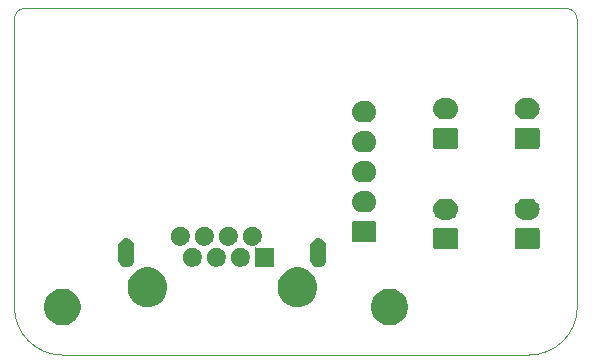
<source format=gbr>
G04 #@! TF.GenerationSoftware,KiCad,Pcbnew,(5.1.5)-3*
G04 #@! TF.CreationDate,2021-12-12T15:29:12-06:00*
G04 #@! TF.ProjectId,InputJoyStickSTM32QFN28,496e7075-744a-46f7-9953-7469636b5354,rev?*
G04 #@! TF.SameCoordinates,Original*
G04 #@! TF.FileFunction,Soldermask,Bot*
G04 #@! TF.FilePolarity,Negative*
%FSLAX46Y46*%
G04 Gerber Fmt 4.6, Leading zero omitted, Abs format (unit mm)*
G04 Created by KiCad (PCBNEW (5.1.5)-3) date 2021-12-12 15:29:12*
%MOMM*%
%LPD*%
G04 APERTURE LIST*
%ADD10C,0.050000*%
%ADD11C,0.100000*%
G04 APERTURE END LIST*
D10*
X179279873Y-85389743D02*
G75*
G02X180239940Y-86360000I-5095J-965162D01*
G01*
X132588000Y-86296602D02*
G75*
G02X133489685Y-85389720I901685J5182D01*
G01*
X132588000Y-110680500D02*
X132588000Y-86296602D01*
X136652000Y-114744500D02*
G75*
G02X132588000Y-110680500I0J4064000D01*
G01*
X176153080Y-114744500D02*
X136652000Y-114744500D01*
X180239940Y-86360000D02*
X180250164Y-110667800D01*
X180250164Y-110670340D02*
G75*
G02X176153080Y-114744500I-4074224J0D01*
G01*
X179279820Y-85389720D02*
X133489685Y-85389720D01*
D11*
G36*
X164640585Y-109156802D02*
G01*
X164790410Y-109186604D01*
X165072674Y-109303521D01*
X165326705Y-109473259D01*
X165542741Y-109689295D01*
X165712479Y-109943326D01*
X165829396Y-110225590D01*
X165889000Y-110525240D01*
X165889000Y-110830760D01*
X165829396Y-111130410D01*
X165712479Y-111412674D01*
X165542741Y-111666705D01*
X165326705Y-111882741D01*
X165072674Y-112052479D01*
X164790410Y-112169396D01*
X164640585Y-112199198D01*
X164490761Y-112229000D01*
X164185239Y-112229000D01*
X164035415Y-112199198D01*
X163885590Y-112169396D01*
X163603326Y-112052479D01*
X163349295Y-111882741D01*
X163133259Y-111666705D01*
X162963521Y-111412674D01*
X162846604Y-111130410D01*
X162787000Y-110830760D01*
X162787000Y-110525240D01*
X162846604Y-110225590D01*
X162963521Y-109943326D01*
X163133259Y-109689295D01*
X163349295Y-109473259D01*
X163603326Y-109303521D01*
X163885590Y-109186604D01*
X164035415Y-109156802D01*
X164185239Y-109127000D01*
X164490761Y-109127000D01*
X164640585Y-109156802D01*
G37*
G36*
X136940585Y-109156802D02*
G01*
X137090410Y-109186604D01*
X137372674Y-109303521D01*
X137626705Y-109473259D01*
X137842741Y-109689295D01*
X138012479Y-109943326D01*
X138129396Y-110225590D01*
X138189000Y-110525240D01*
X138189000Y-110830760D01*
X138129396Y-111130410D01*
X138012479Y-111412674D01*
X137842741Y-111666705D01*
X137626705Y-111882741D01*
X137372674Y-112052479D01*
X137090410Y-112169396D01*
X136940585Y-112199198D01*
X136790761Y-112229000D01*
X136485239Y-112229000D01*
X136335415Y-112199198D01*
X136185590Y-112169396D01*
X135903326Y-112052479D01*
X135649295Y-111882741D01*
X135433259Y-111666705D01*
X135263521Y-111412674D01*
X135146604Y-111130410D01*
X135087000Y-110830760D01*
X135087000Y-110525240D01*
X135146604Y-110225590D01*
X135263521Y-109943326D01*
X135433259Y-109689295D01*
X135649295Y-109473259D01*
X135903326Y-109303521D01*
X136185590Y-109186604D01*
X136335415Y-109156802D01*
X136485239Y-109127000D01*
X136790761Y-109127000D01*
X136940585Y-109156802D01*
G37*
G36*
X157032151Y-107387428D02*
G01*
X157337163Y-107513768D01*
X157611667Y-107697186D01*
X157845114Y-107930633D01*
X158028532Y-108205137D01*
X158154872Y-108510149D01*
X158219280Y-108833948D01*
X158219280Y-109164092D01*
X158154872Y-109487891D01*
X158028532Y-109792903D01*
X157845114Y-110067407D01*
X157611667Y-110300854D01*
X157337163Y-110484272D01*
X157032151Y-110610612D01*
X156870251Y-110642816D01*
X156708353Y-110675020D01*
X156378207Y-110675020D01*
X156216309Y-110642816D01*
X156054409Y-110610612D01*
X155749397Y-110484272D01*
X155474893Y-110300854D01*
X155241446Y-110067407D01*
X155058028Y-109792903D01*
X154931688Y-109487891D01*
X154867280Y-109164092D01*
X154867280Y-108833948D01*
X154931688Y-108510149D01*
X155058028Y-108205137D01*
X155241446Y-107930633D01*
X155474893Y-107697186D01*
X155749397Y-107513768D01*
X156054409Y-107387428D01*
X156378207Y-107323020D01*
X156708353Y-107323020D01*
X157032151Y-107387428D01*
G37*
G36*
X144332151Y-107387428D02*
G01*
X144637163Y-107513768D01*
X144911667Y-107697186D01*
X145145114Y-107930633D01*
X145328532Y-108205137D01*
X145454872Y-108510149D01*
X145519280Y-108833948D01*
X145519280Y-109164092D01*
X145454872Y-109487891D01*
X145328532Y-109792903D01*
X145145114Y-110067407D01*
X144911667Y-110300854D01*
X144637163Y-110484272D01*
X144332151Y-110610612D01*
X144170251Y-110642816D01*
X144008353Y-110675020D01*
X143678207Y-110675020D01*
X143516309Y-110642816D01*
X143354409Y-110610612D01*
X143049397Y-110484272D01*
X142774893Y-110300854D01*
X142541446Y-110067407D01*
X142358028Y-109792903D01*
X142231688Y-109487891D01*
X142167280Y-109164092D01*
X142167280Y-108833948D01*
X142231688Y-108510149D01*
X142358028Y-108205137D01*
X142541446Y-107930633D01*
X142774893Y-107697186D01*
X143049397Y-107513768D01*
X143354409Y-107387428D01*
X143678207Y-107323020D01*
X144008353Y-107323020D01*
X144332151Y-107387428D01*
G37*
G36*
X158456682Y-104874916D02*
G01*
X158584955Y-104913828D01*
X158703174Y-104977017D01*
X158806794Y-105062056D01*
X158891833Y-105165676D01*
X158955022Y-105283895D01*
X158993934Y-105412168D01*
X159003780Y-105512142D01*
X159003780Y-106681998D01*
X158993934Y-106781972D01*
X158955022Y-106910245D01*
X158891833Y-107028464D01*
X158806794Y-107132083D01*
X158703172Y-107217123D01*
X158584954Y-107280312D01*
X158456681Y-107319224D01*
X158323280Y-107332362D01*
X158189878Y-107319224D01*
X158061605Y-107280312D01*
X157943386Y-107217123D01*
X157839767Y-107132084D01*
X157754727Y-107028462D01*
X157691538Y-106910244D01*
X157652626Y-106781971D01*
X157642780Y-106681997D01*
X157642781Y-105512142D01*
X157652627Y-105412168D01*
X157691539Y-105283895D01*
X157754728Y-105165676D01*
X157839767Y-105062056D01*
X157943387Y-104977017D01*
X158061606Y-104913828D01*
X158189879Y-104874916D01*
X158323280Y-104861778D01*
X158456682Y-104874916D01*
G37*
G36*
X142196682Y-104874916D02*
G01*
X142324955Y-104913828D01*
X142443174Y-104977017D01*
X142546794Y-105062056D01*
X142631833Y-105165676D01*
X142695022Y-105283895D01*
X142733934Y-105412168D01*
X142743780Y-105512142D01*
X142743780Y-106681998D01*
X142733934Y-106781972D01*
X142695022Y-106910245D01*
X142631833Y-107028464D01*
X142546794Y-107132083D01*
X142443172Y-107217123D01*
X142324954Y-107280312D01*
X142196681Y-107319224D01*
X142063280Y-107332362D01*
X141929878Y-107319224D01*
X141801605Y-107280312D01*
X141683386Y-107217123D01*
X141579767Y-107132084D01*
X141494727Y-107028462D01*
X141431538Y-106910244D01*
X141392626Y-106781971D01*
X141382780Y-106681997D01*
X141382781Y-105512142D01*
X141392627Y-105412168D01*
X141431539Y-105283895D01*
X141494728Y-105165676D01*
X141579767Y-105062056D01*
X141683387Y-104977017D01*
X141801606Y-104913828D01*
X141929879Y-104874916D01*
X142063280Y-104861778D01*
X142196682Y-104874916D01*
G37*
G36*
X152956222Y-103908801D02*
G01*
X153101994Y-103969182D01*
X153101996Y-103969183D01*
X153233188Y-104056842D01*
X153344758Y-104168412D01*
X153353772Y-104181903D01*
X153432418Y-104299606D01*
X153492799Y-104445378D01*
X153523580Y-104600127D01*
X153523580Y-104757913D01*
X153492799Y-104912662D01*
X153449126Y-105018097D01*
X153432417Y-105058436D01*
X153344758Y-105189628D01*
X153233188Y-105301198D01*
X153101996Y-105388857D01*
X153101995Y-105388858D01*
X153101994Y-105388858D01*
X153032757Y-105417537D01*
X153011146Y-105429088D01*
X152992204Y-105444633D01*
X152976659Y-105463575D01*
X152965108Y-105485186D01*
X152957995Y-105508635D01*
X152955593Y-105533021D01*
X152957995Y-105557407D01*
X152965108Y-105580856D01*
X152976659Y-105602467D01*
X152992204Y-105621409D01*
X153011146Y-105636954D01*
X153032757Y-105648505D01*
X153056206Y-105655618D01*
X153080592Y-105658020D01*
X154543580Y-105658020D01*
X154543580Y-107260020D01*
X152941580Y-107260020D01*
X152941580Y-105604462D01*
X152939178Y-105580076D01*
X152932065Y-105556627D01*
X152920514Y-105535016D01*
X152904969Y-105516074D01*
X152886027Y-105500529D01*
X152864416Y-105488978D01*
X152840967Y-105481865D01*
X152816581Y-105479463D01*
X152810931Y-105480020D01*
X152643687Y-105480020D01*
X152488938Y-105449239D01*
X152343166Y-105388858D01*
X152343165Y-105388858D01*
X152343164Y-105388857D01*
X152211972Y-105301198D01*
X152100402Y-105189628D01*
X152012743Y-105058436D01*
X151996034Y-105018097D01*
X151952361Y-104912662D01*
X151921580Y-104757913D01*
X151921580Y-104600127D01*
X151952361Y-104445378D01*
X152012742Y-104299606D01*
X152091388Y-104181903D01*
X152100402Y-104168412D01*
X152211972Y-104056842D01*
X152343164Y-103969183D01*
X152343166Y-103969182D01*
X152488938Y-103908801D01*
X152643687Y-103878020D01*
X152801473Y-103878020D01*
X152956222Y-103908801D01*
G37*
G36*
X147886222Y-105688801D02*
G01*
X148031069Y-105748799D01*
X148031996Y-105749183D01*
X148163188Y-105836842D01*
X148274758Y-105948412D01*
X148362417Y-106079604D01*
X148362418Y-106079606D01*
X148422799Y-106225378D01*
X148453580Y-106380127D01*
X148453580Y-106537913D01*
X148422799Y-106692662D01*
X148385806Y-106781970D01*
X148362417Y-106838436D01*
X148274758Y-106969628D01*
X148163188Y-107081198D01*
X148031996Y-107168857D01*
X148031995Y-107168858D01*
X148031994Y-107168858D01*
X147886222Y-107229239D01*
X147731473Y-107260020D01*
X147573687Y-107260020D01*
X147418938Y-107229239D01*
X147273166Y-107168858D01*
X147273165Y-107168858D01*
X147273164Y-107168857D01*
X147141972Y-107081198D01*
X147030402Y-106969628D01*
X146942743Y-106838436D01*
X146919354Y-106781970D01*
X146882361Y-106692662D01*
X146851580Y-106537913D01*
X146851580Y-106380127D01*
X146882361Y-106225378D01*
X146942742Y-106079606D01*
X146942743Y-106079604D01*
X147030402Y-105948412D01*
X147141972Y-105836842D01*
X147273164Y-105749183D01*
X147274091Y-105748799D01*
X147418938Y-105688801D01*
X147573687Y-105658020D01*
X147731473Y-105658020D01*
X147886222Y-105688801D01*
G37*
G36*
X149916222Y-105688801D02*
G01*
X150061069Y-105748799D01*
X150061996Y-105749183D01*
X150193188Y-105836842D01*
X150304758Y-105948412D01*
X150392417Y-106079604D01*
X150392418Y-106079606D01*
X150452799Y-106225378D01*
X150483580Y-106380127D01*
X150483580Y-106537913D01*
X150452799Y-106692662D01*
X150415806Y-106781970D01*
X150392417Y-106838436D01*
X150304758Y-106969628D01*
X150193188Y-107081198D01*
X150061996Y-107168857D01*
X150061995Y-107168858D01*
X150061994Y-107168858D01*
X149916222Y-107229239D01*
X149761473Y-107260020D01*
X149603687Y-107260020D01*
X149448938Y-107229239D01*
X149303166Y-107168858D01*
X149303165Y-107168858D01*
X149303164Y-107168857D01*
X149171972Y-107081198D01*
X149060402Y-106969628D01*
X148972743Y-106838436D01*
X148949354Y-106781970D01*
X148912361Y-106692662D01*
X148881580Y-106537913D01*
X148881580Y-106380127D01*
X148912361Y-106225378D01*
X148972742Y-106079606D01*
X148972743Y-106079604D01*
X149060402Y-105948412D01*
X149171972Y-105836842D01*
X149303164Y-105749183D01*
X149304091Y-105748799D01*
X149448938Y-105688801D01*
X149603687Y-105658020D01*
X149761473Y-105658020D01*
X149916222Y-105688801D01*
G37*
G36*
X151946222Y-105688801D02*
G01*
X152091069Y-105748799D01*
X152091996Y-105749183D01*
X152223188Y-105836842D01*
X152334758Y-105948412D01*
X152422417Y-106079604D01*
X152422418Y-106079606D01*
X152482799Y-106225378D01*
X152513580Y-106380127D01*
X152513580Y-106537913D01*
X152482799Y-106692662D01*
X152445806Y-106781970D01*
X152422417Y-106838436D01*
X152334758Y-106969628D01*
X152223188Y-107081198D01*
X152091996Y-107168857D01*
X152091995Y-107168858D01*
X152091994Y-107168858D01*
X151946222Y-107229239D01*
X151791473Y-107260020D01*
X151633687Y-107260020D01*
X151478938Y-107229239D01*
X151333166Y-107168858D01*
X151333165Y-107168858D01*
X151333164Y-107168857D01*
X151201972Y-107081198D01*
X151090402Y-106969628D01*
X151002743Y-106838436D01*
X150979354Y-106781970D01*
X150942361Y-106692662D01*
X150911580Y-106537913D01*
X150911580Y-106380127D01*
X150942361Y-106225378D01*
X151002742Y-106079606D01*
X151002743Y-106079604D01*
X151090402Y-105948412D01*
X151201972Y-105836842D01*
X151333164Y-105749183D01*
X151334091Y-105748799D01*
X151478938Y-105688801D01*
X151633687Y-105658020D01*
X151791473Y-105658020D01*
X151946222Y-105688801D01*
G37*
G36*
X170008600Y-104002989D02*
G01*
X170041652Y-104013015D01*
X170072103Y-104029292D01*
X170098799Y-104051201D01*
X170120708Y-104077897D01*
X170136985Y-104108348D01*
X170147011Y-104141400D01*
X170151000Y-104181903D01*
X170151000Y-105618097D01*
X170147011Y-105658600D01*
X170136985Y-105691652D01*
X170120708Y-105722103D01*
X170098799Y-105748799D01*
X170072103Y-105770708D01*
X170041652Y-105786985D01*
X170008600Y-105797011D01*
X169968097Y-105801000D01*
X168231903Y-105801000D01*
X168191400Y-105797011D01*
X168158348Y-105786985D01*
X168127897Y-105770708D01*
X168101201Y-105748799D01*
X168079292Y-105722103D01*
X168063015Y-105691652D01*
X168052989Y-105658600D01*
X168049000Y-105618097D01*
X168049000Y-104181903D01*
X168052989Y-104141400D01*
X168063015Y-104108348D01*
X168079292Y-104077897D01*
X168101201Y-104051201D01*
X168127897Y-104029292D01*
X168158348Y-104013015D01*
X168191400Y-104002989D01*
X168231903Y-103999000D01*
X169968097Y-103999000D01*
X170008600Y-104002989D01*
G37*
G36*
X176908600Y-104002989D02*
G01*
X176941652Y-104013015D01*
X176972103Y-104029292D01*
X176998799Y-104051201D01*
X177020708Y-104077897D01*
X177036985Y-104108348D01*
X177047011Y-104141400D01*
X177051000Y-104181903D01*
X177051000Y-105618097D01*
X177047011Y-105658600D01*
X177036985Y-105691652D01*
X177020708Y-105722103D01*
X176998799Y-105748799D01*
X176972103Y-105770708D01*
X176941652Y-105786985D01*
X176908600Y-105797011D01*
X176868097Y-105801000D01*
X175131903Y-105801000D01*
X175091400Y-105797011D01*
X175058348Y-105786985D01*
X175027897Y-105770708D01*
X175001201Y-105748799D01*
X174979292Y-105722103D01*
X174963015Y-105691652D01*
X174952989Y-105658600D01*
X174949000Y-105618097D01*
X174949000Y-104181903D01*
X174952989Y-104141400D01*
X174963015Y-104108348D01*
X174979292Y-104077897D01*
X175001201Y-104051201D01*
X175027897Y-104029292D01*
X175058348Y-104013015D01*
X175091400Y-104002989D01*
X175131903Y-103999000D01*
X176868097Y-103999000D01*
X176908600Y-104002989D01*
G37*
G36*
X148896222Y-103908801D02*
G01*
X149041994Y-103969182D01*
X149041996Y-103969183D01*
X149173188Y-104056842D01*
X149284758Y-104168412D01*
X149293772Y-104181903D01*
X149372418Y-104299606D01*
X149432799Y-104445378D01*
X149463580Y-104600127D01*
X149463580Y-104757913D01*
X149432799Y-104912662D01*
X149389126Y-105018097D01*
X149372417Y-105058436D01*
X149284758Y-105189628D01*
X149173188Y-105301198D01*
X149041996Y-105388857D01*
X149041995Y-105388858D01*
X149041994Y-105388858D01*
X148896222Y-105449239D01*
X148741473Y-105480020D01*
X148583687Y-105480020D01*
X148428938Y-105449239D01*
X148283166Y-105388858D01*
X148283165Y-105388858D01*
X148283164Y-105388857D01*
X148151972Y-105301198D01*
X148040402Y-105189628D01*
X147952743Y-105058436D01*
X147936034Y-105018097D01*
X147892361Y-104912662D01*
X147861580Y-104757913D01*
X147861580Y-104600127D01*
X147892361Y-104445378D01*
X147952742Y-104299606D01*
X148031388Y-104181903D01*
X148040402Y-104168412D01*
X148151972Y-104056842D01*
X148283164Y-103969183D01*
X148283166Y-103969182D01*
X148428938Y-103908801D01*
X148583687Y-103878020D01*
X148741473Y-103878020D01*
X148896222Y-103908801D01*
G37*
G36*
X146866222Y-103908801D02*
G01*
X147011994Y-103969182D01*
X147011996Y-103969183D01*
X147143188Y-104056842D01*
X147254758Y-104168412D01*
X147263772Y-104181903D01*
X147342418Y-104299606D01*
X147402799Y-104445378D01*
X147433580Y-104600127D01*
X147433580Y-104757913D01*
X147402799Y-104912662D01*
X147359126Y-105018097D01*
X147342417Y-105058436D01*
X147254758Y-105189628D01*
X147143188Y-105301198D01*
X147011996Y-105388857D01*
X147011995Y-105388858D01*
X147011994Y-105388858D01*
X146866222Y-105449239D01*
X146711473Y-105480020D01*
X146553687Y-105480020D01*
X146398938Y-105449239D01*
X146253166Y-105388858D01*
X146253165Y-105388858D01*
X146253164Y-105388857D01*
X146121972Y-105301198D01*
X146010402Y-105189628D01*
X145922743Y-105058436D01*
X145906034Y-105018097D01*
X145862361Y-104912662D01*
X145831580Y-104757913D01*
X145831580Y-104600127D01*
X145862361Y-104445378D01*
X145922742Y-104299606D01*
X146001388Y-104181903D01*
X146010402Y-104168412D01*
X146121972Y-104056842D01*
X146253164Y-103969183D01*
X146253166Y-103969182D01*
X146398938Y-103908801D01*
X146553687Y-103878020D01*
X146711473Y-103878020D01*
X146866222Y-103908801D01*
G37*
G36*
X150926222Y-103908801D02*
G01*
X151071994Y-103969182D01*
X151071996Y-103969183D01*
X151203188Y-104056842D01*
X151314758Y-104168412D01*
X151323772Y-104181903D01*
X151402418Y-104299606D01*
X151462799Y-104445378D01*
X151493580Y-104600127D01*
X151493580Y-104757913D01*
X151462799Y-104912662D01*
X151419126Y-105018097D01*
X151402417Y-105058436D01*
X151314758Y-105189628D01*
X151203188Y-105301198D01*
X151071996Y-105388857D01*
X151071995Y-105388858D01*
X151071994Y-105388858D01*
X150926222Y-105449239D01*
X150771473Y-105480020D01*
X150613687Y-105480020D01*
X150458938Y-105449239D01*
X150313166Y-105388858D01*
X150313165Y-105388858D01*
X150313164Y-105388857D01*
X150181972Y-105301198D01*
X150070402Y-105189628D01*
X149982743Y-105058436D01*
X149966034Y-105018097D01*
X149922361Y-104912662D01*
X149891580Y-104757913D01*
X149891580Y-104600127D01*
X149922361Y-104445378D01*
X149982742Y-104299606D01*
X150061388Y-104181903D01*
X150070402Y-104168412D01*
X150181972Y-104056842D01*
X150313164Y-103969183D01*
X150313166Y-103969182D01*
X150458938Y-103908801D01*
X150613687Y-103878020D01*
X150771473Y-103878020D01*
X150926222Y-103908801D01*
G37*
G36*
X163083600Y-103402989D02*
G01*
X163116652Y-103413015D01*
X163147103Y-103429292D01*
X163173799Y-103451201D01*
X163195708Y-103477897D01*
X163211985Y-103508348D01*
X163222011Y-103541400D01*
X163226000Y-103581903D01*
X163226000Y-105018097D01*
X163222011Y-105058600D01*
X163211985Y-105091652D01*
X163195708Y-105122103D01*
X163173799Y-105148799D01*
X163147103Y-105170708D01*
X163116652Y-105186985D01*
X163083600Y-105197011D01*
X163043097Y-105201000D01*
X161356903Y-105201000D01*
X161316400Y-105197011D01*
X161283348Y-105186985D01*
X161252897Y-105170708D01*
X161226201Y-105148799D01*
X161204292Y-105122103D01*
X161188015Y-105091652D01*
X161177989Y-105058600D01*
X161174000Y-105018097D01*
X161174000Y-103581903D01*
X161177989Y-103541400D01*
X161188015Y-103508348D01*
X161204292Y-103477897D01*
X161226201Y-103451201D01*
X161252897Y-103429292D01*
X161283348Y-103413015D01*
X161316400Y-103402989D01*
X161356903Y-103399000D01*
X163043097Y-103399000D01*
X163083600Y-103402989D01*
G37*
G36*
X176260443Y-101505519D02*
G01*
X176326627Y-101512037D01*
X176496466Y-101563557D01*
X176652991Y-101647222D01*
X176688729Y-101676552D01*
X176790186Y-101759814D01*
X176873448Y-101861271D01*
X176902778Y-101897009D01*
X176986443Y-102053534D01*
X177037963Y-102223373D01*
X177055359Y-102400000D01*
X177037963Y-102576627D01*
X176986443Y-102746466D01*
X176902778Y-102902991D01*
X176873448Y-102938729D01*
X176790186Y-103040186D01*
X176688729Y-103123448D01*
X176652991Y-103152778D01*
X176496466Y-103236443D01*
X176326627Y-103287963D01*
X176260443Y-103294481D01*
X176194260Y-103301000D01*
X175805740Y-103301000D01*
X175739557Y-103294481D01*
X175673373Y-103287963D01*
X175503534Y-103236443D01*
X175347009Y-103152778D01*
X175311271Y-103123448D01*
X175209814Y-103040186D01*
X175126552Y-102938729D01*
X175097222Y-102902991D01*
X175013557Y-102746466D01*
X174962037Y-102576627D01*
X174944641Y-102400000D01*
X174962037Y-102223373D01*
X175013557Y-102053534D01*
X175097222Y-101897009D01*
X175126552Y-101861271D01*
X175209814Y-101759814D01*
X175311271Y-101676552D01*
X175347009Y-101647222D01*
X175503534Y-101563557D01*
X175673373Y-101512037D01*
X175739557Y-101505519D01*
X175805740Y-101499000D01*
X176194260Y-101499000D01*
X176260443Y-101505519D01*
G37*
G36*
X169360443Y-101505519D02*
G01*
X169426627Y-101512037D01*
X169596466Y-101563557D01*
X169752991Y-101647222D01*
X169788729Y-101676552D01*
X169890186Y-101759814D01*
X169973448Y-101861271D01*
X170002778Y-101897009D01*
X170086443Y-102053534D01*
X170137963Y-102223373D01*
X170155359Y-102400000D01*
X170137963Y-102576627D01*
X170086443Y-102746466D01*
X170002778Y-102902991D01*
X169973448Y-102938729D01*
X169890186Y-103040186D01*
X169788729Y-103123448D01*
X169752991Y-103152778D01*
X169596466Y-103236443D01*
X169426627Y-103287963D01*
X169360443Y-103294481D01*
X169294260Y-103301000D01*
X168905740Y-103301000D01*
X168839557Y-103294481D01*
X168773373Y-103287963D01*
X168603534Y-103236443D01*
X168447009Y-103152778D01*
X168411271Y-103123448D01*
X168309814Y-103040186D01*
X168226552Y-102938729D01*
X168197222Y-102902991D01*
X168113557Y-102746466D01*
X168062037Y-102576627D01*
X168044641Y-102400000D01*
X168062037Y-102223373D01*
X168113557Y-102053534D01*
X168197222Y-101897009D01*
X168226552Y-101861271D01*
X168309814Y-101759814D01*
X168411271Y-101676552D01*
X168447009Y-101647222D01*
X168603534Y-101563557D01*
X168773373Y-101512037D01*
X168839557Y-101505519D01*
X168905740Y-101499000D01*
X169294260Y-101499000D01*
X169360443Y-101505519D01*
G37*
G36*
X162435442Y-100865518D02*
G01*
X162501627Y-100872037D01*
X162671466Y-100923557D01*
X162827991Y-101007222D01*
X162863729Y-101036552D01*
X162965186Y-101119814D01*
X163048448Y-101221271D01*
X163077778Y-101257009D01*
X163161443Y-101413534D01*
X163212963Y-101583373D01*
X163230359Y-101760000D01*
X163212963Y-101936627D01*
X163161443Y-102106466D01*
X163077778Y-102262991D01*
X163048448Y-102298729D01*
X162965186Y-102400186D01*
X162863729Y-102483448D01*
X162827991Y-102512778D01*
X162671466Y-102596443D01*
X162501627Y-102647963D01*
X162435442Y-102654482D01*
X162369260Y-102661000D01*
X162030740Y-102661000D01*
X161964558Y-102654482D01*
X161898373Y-102647963D01*
X161728534Y-102596443D01*
X161572009Y-102512778D01*
X161536271Y-102483448D01*
X161434814Y-102400186D01*
X161351552Y-102298729D01*
X161322222Y-102262991D01*
X161238557Y-102106466D01*
X161187037Y-101936627D01*
X161169641Y-101760000D01*
X161187037Y-101583373D01*
X161238557Y-101413534D01*
X161322222Y-101257009D01*
X161351552Y-101221271D01*
X161434814Y-101119814D01*
X161536271Y-101036552D01*
X161572009Y-101007222D01*
X161728534Y-100923557D01*
X161898373Y-100872037D01*
X161964558Y-100865518D01*
X162030740Y-100859000D01*
X162369260Y-100859000D01*
X162435442Y-100865518D01*
G37*
G36*
X162435443Y-98325519D02*
G01*
X162501627Y-98332037D01*
X162671466Y-98383557D01*
X162827991Y-98467222D01*
X162863729Y-98496552D01*
X162965186Y-98579814D01*
X163048448Y-98681271D01*
X163077778Y-98717009D01*
X163161443Y-98873534D01*
X163212963Y-99043373D01*
X163230359Y-99220000D01*
X163212963Y-99396627D01*
X163161443Y-99566466D01*
X163077778Y-99722991D01*
X163048448Y-99758729D01*
X162965186Y-99860186D01*
X162863729Y-99943448D01*
X162827991Y-99972778D01*
X162671466Y-100056443D01*
X162501627Y-100107963D01*
X162435443Y-100114481D01*
X162369260Y-100121000D01*
X162030740Y-100121000D01*
X161964557Y-100114481D01*
X161898373Y-100107963D01*
X161728534Y-100056443D01*
X161572009Y-99972778D01*
X161536271Y-99943448D01*
X161434814Y-99860186D01*
X161351552Y-99758729D01*
X161322222Y-99722991D01*
X161238557Y-99566466D01*
X161187037Y-99396627D01*
X161169641Y-99220000D01*
X161187037Y-99043373D01*
X161238557Y-98873534D01*
X161322222Y-98717009D01*
X161351552Y-98681271D01*
X161434814Y-98579814D01*
X161536271Y-98496552D01*
X161572009Y-98467222D01*
X161728534Y-98383557D01*
X161898373Y-98332037D01*
X161964557Y-98325519D01*
X162030740Y-98319000D01*
X162369260Y-98319000D01*
X162435443Y-98325519D01*
G37*
G36*
X162435442Y-95785518D02*
G01*
X162501627Y-95792037D01*
X162671466Y-95843557D01*
X162827991Y-95927222D01*
X162863729Y-95956552D01*
X162965186Y-96039814D01*
X163048448Y-96141271D01*
X163077778Y-96177009D01*
X163161443Y-96333534D01*
X163212963Y-96503373D01*
X163230359Y-96680000D01*
X163212963Y-96856627D01*
X163161443Y-97026466D01*
X163077778Y-97182991D01*
X163077585Y-97183226D01*
X162965186Y-97320186D01*
X162863729Y-97403448D01*
X162827991Y-97432778D01*
X162671466Y-97516443D01*
X162501627Y-97567963D01*
X162435443Y-97574481D01*
X162369260Y-97581000D01*
X162030740Y-97581000D01*
X161964557Y-97574481D01*
X161898373Y-97567963D01*
X161728534Y-97516443D01*
X161572009Y-97432778D01*
X161536271Y-97403448D01*
X161434814Y-97320186D01*
X161322415Y-97183226D01*
X161322222Y-97182991D01*
X161238557Y-97026466D01*
X161187037Y-96856627D01*
X161169641Y-96680000D01*
X161187037Y-96503373D01*
X161238557Y-96333534D01*
X161322222Y-96177009D01*
X161351552Y-96141271D01*
X161434814Y-96039814D01*
X161536271Y-95956552D01*
X161572009Y-95927222D01*
X161728534Y-95843557D01*
X161898373Y-95792037D01*
X161964558Y-95785518D01*
X162030740Y-95779000D01*
X162369260Y-95779000D01*
X162435442Y-95785518D01*
G37*
G36*
X176908600Y-95502989D02*
G01*
X176941652Y-95513015D01*
X176972103Y-95529292D01*
X176998799Y-95551201D01*
X177020708Y-95577897D01*
X177036985Y-95608348D01*
X177047011Y-95641400D01*
X177051000Y-95681903D01*
X177051000Y-97118097D01*
X177047011Y-97158600D01*
X177036985Y-97191652D01*
X177020708Y-97222103D01*
X176998799Y-97248799D01*
X176972103Y-97270708D01*
X176941652Y-97286985D01*
X176908600Y-97297011D01*
X176868097Y-97301000D01*
X175131903Y-97301000D01*
X175091400Y-97297011D01*
X175058348Y-97286985D01*
X175027897Y-97270708D01*
X175001201Y-97248799D01*
X174979292Y-97222103D01*
X174963015Y-97191652D01*
X174952989Y-97158600D01*
X174949000Y-97118097D01*
X174949000Y-95681903D01*
X174952989Y-95641400D01*
X174963015Y-95608348D01*
X174979292Y-95577897D01*
X175001201Y-95551201D01*
X175027897Y-95529292D01*
X175058348Y-95513015D01*
X175091400Y-95502989D01*
X175131903Y-95499000D01*
X176868097Y-95499000D01*
X176908600Y-95502989D01*
G37*
G36*
X170008600Y-95502989D02*
G01*
X170041652Y-95513015D01*
X170072103Y-95529292D01*
X170098799Y-95551201D01*
X170120708Y-95577897D01*
X170136985Y-95608348D01*
X170147011Y-95641400D01*
X170151000Y-95681903D01*
X170151000Y-97118097D01*
X170147011Y-97158600D01*
X170136985Y-97191652D01*
X170120708Y-97222103D01*
X170098799Y-97248799D01*
X170072103Y-97270708D01*
X170041652Y-97286985D01*
X170008600Y-97297011D01*
X169968097Y-97301000D01*
X168231903Y-97301000D01*
X168191400Y-97297011D01*
X168158348Y-97286985D01*
X168127897Y-97270708D01*
X168101201Y-97248799D01*
X168079292Y-97222103D01*
X168063015Y-97191652D01*
X168052989Y-97158600D01*
X168049000Y-97118097D01*
X168049000Y-95681903D01*
X168052989Y-95641400D01*
X168063015Y-95608348D01*
X168079292Y-95577897D01*
X168101201Y-95551201D01*
X168127897Y-95529292D01*
X168158348Y-95513015D01*
X168191400Y-95502989D01*
X168231903Y-95499000D01*
X169968097Y-95499000D01*
X170008600Y-95502989D01*
G37*
G36*
X162435443Y-93245519D02*
G01*
X162501627Y-93252037D01*
X162671466Y-93303557D01*
X162827991Y-93387222D01*
X162863729Y-93416552D01*
X162965186Y-93499814D01*
X163048448Y-93601271D01*
X163077778Y-93637009D01*
X163161443Y-93793534D01*
X163212963Y-93963373D01*
X163230359Y-94140000D01*
X163212963Y-94316627D01*
X163161443Y-94486466D01*
X163077778Y-94642991D01*
X163069745Y-94652779D01*
X162965186Y-94780186D01*
X162863729Y-94863448D01*
X162827991Y-94892778D01*
X162671466Y-94976443D01*
X162501627Y-95027963D01*
X162435443Y-95034481D01*
X162369260Y-95041000D01*
X162030740Y-95041000D01*
X161964557Y-95034481D01*
X161898373Y-95027963D01*
X161728534Y-94976443D01*
X161572009Y-94892778D01*
X161536271Y-94863448D01*
X161434814Y-94780186D01*
X161330255Y-94652779D01*
X161322222Y-94642991D01*
X161238557Y-94486466D01*
X161187037Y-94316627D01*
X161169641Y-94140000D01*
X161187037Y-93963373D01*
X161238557Y-93793534D01*
X161322222Y-93637009D01*
X161351552Y-93601271D01*
X161434814Y-93499814D01*
X161536271Y-93416552D01*
X161572009Y-93387222D01*
X161728534Y-93303557D01*
X161898373Y-93252037D01*
X161964557Y-93245519D01*
X162030740Y-93239000D01*
X162369260Y-93239000D01*
X162435443Y-93245519D01*
G37*
G36*
X176260443Y-93005519D02*
G01*
X176326627Y-93012037D01*
X176496466Y-93063557D01*
X176652991Y-93147222D01*
X176688729Y-93176552D01*
X176790186Y-93259814D01*
X176873448Y-93361271D01*
X176902778Y-93397009D01*
X176986443Y-93553534D01*
X177037963Y-93723373D01*
X177055359Y-93900000D01*
X177037963Y-94076627D01*
X176986443Y-94246466D01*
X176902778Y-94402991D01*
X176873448Y-94438729D01*
X176790186Y-94540186D01*
X176688729Y-94623448D01*
X176652991Y-94652778D01*
X176496466Y-94736443D01*
X176326627Y-94787963D01*
X176260442Y-94794482D01*
X176194260Y-94801000D01*
X175805740Y-94801000D01*
X175739557Y-94794481D01*
X175673373Y-94787963D01*
X175503534Y-94736443D01*
X175347009Y-94652778D01*
X175311271Y-94623448D01*
X175209814Y-94540186D01*
X175126552Y-94438729D01*
X175097222Y-94402991D01*
X175013557Y-94246466D01*
X174962037Y-94076627D01*
X174944641Y-93900000D01*
X174962037Y-93723373D01*
X175013557Y-93553534D01*
X175097222Y-93397009D01*
X175126552Y-93361271D01*
X175209814Y-93259814D01*
X175311271Y-93176552D01*
X175347009Y-93147222D01*
X175503534Y-93063557D01*
X175673373Y-93012037D01*
X175739558Y-93005518D01*
X175805740Y-92999000D01*
X176194260Y-92999000D01*
X176260443Y-93005519D01*
G37*
G36*
X169360443Y-93005519D02*
G01*
X169426627Y-93012037D01*
X169596466Y-93063557D01*
X169752991Y-93147222D01*
X169788729Y-93176552D01*
X169890186Y-93259814D01*
X169973448Y-93361271D01*
X170002778Y-93397009D01*
X170086443Y-93553534D01*
X170137963Y-93723373D01*
X170155359Y-93900000D01*
X170137963Y-94076627D01*
X170086443Y-94246466D01*
X170002778Y-94402991D01*
X169973448Y-94438729D01*
X169890186Y-94540186D01*
X169788729Y-94623448D01*
X169752991Y-94652778D01*
X169596466Y-94736443D01*
X169426627Y-94787963D01*
X169360442Y-94794482D01*
X169294260Y-94801000D01*
X168905740Y-94801000D01*
X168839557Y-94794481D01*
X168773373Y-94787963D01*
X168603534Y-94736443D01*
X168447009Y-94652778D01*
X168411271Y-94623448D01*
X168309814Y-94540186D01*
X168226552Y-94438729D01*
X168197222Y-94402991D01*
X168113557Y-94246466D01*
X168062037Y-94076627D01*
X168044641Y-93900000D01*
X168062037Y-93723373D01*
X168113557Y-93553534D01*
X168197222Y-93397009D01*
X168226552Y-93361271D01*
X168309814Y-93259814D01*
X168411271Y-93176552D01*
X168447009Y-93147222D01*
X168603534Y-93063557D01*
X168773373Y-93012037D01*
X168839558Y-93005518D01*
X168905740Y-92999000D01*
X169294260Y-92999000D01*
X169360443Y-93005519D01*
G37*
M02*

</source>
